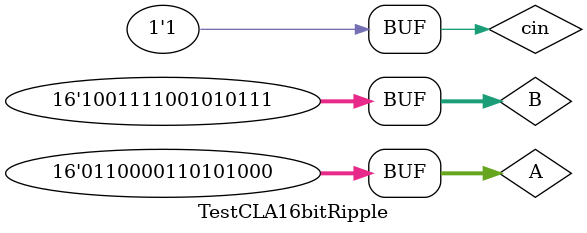
<source format=v>
`timescale 1ns / 1ps


module TestCLA16bitRipple;

	// Inputs
	reg [15:0] A;
	reg [15:0] B;
	reg cin;

	// Outputs
	wire [15:0] sum;
	wire cout;

	// Instantiate the Unit Under Test (UUT)
	CLA16bitRipple uut (
		.A(A), 
		.B(B), 
		.cin(cin), 
		.sum(sum), 
		.cout(cout)
	);

	initial begin
		$monitor("A = %d, B = %d, cin = %d, sum = %d, cout = %d", A, B, cin, sum, cout);
		// Initialize Inputs
		// general case
		A = 16'd3; B = 16'd5; cin = 0;
		#100;
		A = 16'd3; B = 16'd5; cin = 1;
		#100;

		// corner case
		A = 16'd16384; B = 16'd16384; cin = 0;
		#100;
		A = 16'd16384; B = 16'd16384; cin = 1;
		#100;
		A = 16'd32767; B = 16'd32768; cin = 0;
		#100;
		A = 16'd32767; B = 16'd32768; cin = 1;
		#100;
		A = 16'd25000; B = 16'd40535; cin = 0;
		#100;
		A = 16'd25000; B = 16'd40535; cin = 1;
	end
      
endmodule


</source>
